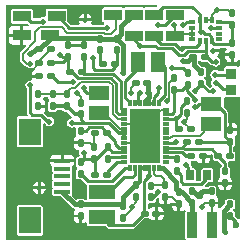
<source format=gbl>
G04 Layer_Physical_Order=2*
G04 Layer_Color=16711680*
%FSAX44Y44*%
%MOMM*%
G71*
G01*
G75*
%ADD11R,1.5000X0.9500*%
%ADD13C,0.2540*%
%ADD14C,0.2500*%
%ADD15C,0.2000*%
%ADD16C,0.4000*%
%ADD17C,0.5000*%
%ADD18C,0.6000*%
%ADD19R,0.8500X2.2000*%
%ADD20R,0.9500X0.9500*%
G04:AMPARAMS|DCode=21|XSize=0.5mm|YSize=0.6mm|CornerRadius=0.0625mm|HoleSize=0mm|Usage=FLASHONLY|Rotation=180.000|XOffset=0mm|YOffset=0mm|HoleType=Round|Shape=RoundedRectangle|*
%AMROUNDEDRECTD21*
21,1,0.5000,0.4750,0,0,180.0*
21,1,0.3750,0.6000,0,0,180.0*
1,1,0.1250,-0.1875,0.2375*
1,1,0.1250,0.1875,0.2375*
1,1,0.1250,0.1875,-0.2375*
1,1,0.1250,-0.1875,-0.2375*
%
%ADD21ROUNDEDRECTD21*%
G04:AMPARAMS|DCode=22|XSize=0.5mm|YSize=0.6mm|CornerRadius=0.0625mm|HoleSize=0mm|Usage=FLASHONLY|Rotation=90.000|XOffset=0mm|YOffset=0mm|HoleType=Round|Shape=RoundedRectangle|*
%AMROUNDEDRECTD22*
21,1,0.5000,0.4750,0,0,90.0*
21,1,0.3750,0.6000,0,0,90.0*
1,1,0.1250,0.2375,0.1875*
1,1,0.1250,0.2375,-0.1875*
1,1,0.1250,-0.2375,-0.1875*
1,1,0.1250,-0.2375,0.1875*
%
%ADD22ROUNDEDRECTD22*%
%ADD23R,0.5500X0.3000*%
%ADD24R,0.3000X0.5500*%
%ADD25R,2.6500X4.6500*%
%ADD26R,0.6000X0.4000*%
%ADD27R,0.4000X0.6000*%
%ADD28R,1.8200X1.1900*%
%ADD29R,2.2200X1.2200*%
%ADD30R,1.1900X1.8200*%
%ADD31R,0.7000X0.9000*%
%ADD32R,1.4000X0.4000*%
%ADD33R,1.9000X2.3000*%
%ADD34C,0.3000*%
G36*
X01057543Y00882640D02*
X01057843Y00881736D01*
X01057210Y00880789D01*
X01056929Y00879375D01*
Y00878250D01*
X01062500D01*
Y00877000D01*
X01063750D01*
Y00870929D01*
X01064375D01*
X01065789Y00871210D01*
X01066989Y00872011D01*
X01067562Y00872870D01*
X01068832Y00872485D01*
Y00867374D01*
X01067562Y00866787D01*
X01066750Y00867124D01*
X01057250D01*
X01056102Y00866648D01*
X01055626Y00865500D01*
Y00862866D01*
X01051225D01*
X01051185Y00862926D01*
X01049862Y00863810D01*
X01048301Y00864120D01*
X01046740Y00863810D01*
X01045417Y00862926D01*
X01044533Y00861603D01*
X01044223Y00860042D01*
X01044533Y00858481D01*
X01045417Y00857158D01*
X01045296Y00855712D01*
X01044732Y00854867D01*
X01044422Y00853307D01*
X01044732Y00851746D01*
X01045189Y00851063D01*
X01045189Y00849941D01*
X01044851Y00849560D01*
X01043769Y00848975D01*
X01040292Y00852452D01*
Y00854875D01*
X01040127Y00855704D01*
X01039657Y00856407D01*
X01039010Y00856840D01*
X01038954Y00857224D01*
Y00857776D01*
X01039010Y00858160D01*
X01039657Y00858593D01*
X01040127Y00859296D01*
X01040292Y00860125D01*
Y00864875D01*
X01040127Y00865704D01*
X01039657Y00866407D01*
X01038954Y00866877D01*
X01038125Y00867042D01*
X01036755D01*
X01033819Y00869978D01*
Y00870551D01*
X01033988Y00871405D01*
Y00871584D01*
X01035258Y00871969D01*
X01035343Y00871843D01*
X01036046Y00871373D01*
X01036875Y00871208D01*
X01041547D01*
X01043710Y00869045D01*
X01044627Y00868433D01*
X01045615Y00868236D01*
X01045667Y00868159D01*
X01046990Y00867275D01*
X01048551Y00866964D01*
X01050112Y00867275D01*
X01051435Y00868159D01*
X01052319Y00869482D01*
X01052629Y00871042D01*
X01052319Y00872603D01*
X01051435Y00873926D01*
X01050112Y00874810D01*
X01049954Y00874842D01*
X01049686Y00876190D01*
X01050266Y00876578D01*
X01051482Y00878397D01*
X01051660Y00879293D01*
X01046301D01*
Y00881793D01*
X01051717D01*
X01052681Y00883006D01*
X01057280D01*
X01057543Y00882640D01*
D02*
G37*
G36*
X01068832Y00840976D02*
Y00811530D01*
Y00738035D01*
X01067562Y00737650D01*
X01067497Y00737747D01*
X01067497Y00737747D01*
X01064792Y00740452D01*
Y00742875D01*
X01064627Y00743704D01*
X01064157Y00744407D01*
X01063510Y00744839D01*
X01063454Y00745224D01*
Y00745776D01*
X01063510Y00746161D01*
X01064157Y00746593D01*
X01064627Y00747296D01*
X01064792Y00748125D01*
Y00752875D01*
X01064627Y00753704D01*
X01064157Y00754407D01*
X01063454Y00754877D01*
X01062625Y00755042D01*
X01058875D01*
X01058046Y00754877D01*
X01057343Y00754407D01*
X01056873Y00753704D01*
X01056708Y00752875D01*
Y00751505D01*
X01052827Y00747623D01*
X01052637Y00747340D01*
X01052469Y00747124D01*
X01051603Y00747190D01*
X01050672Y00748375D01*
X01050821Y00749125D01*
Y00750250D01*
X01045250D01*
Y00752750D01*
X01050821D01*
Y00753875D01*
X01050540Y00755289D01*
X01049738Y00756488D01*
X01049456Y00756677D01*
X01049424Y00756714D01*
X01049127Y00758296D01*
X01049292Y00759125D01*
Y00763875D01*
X01049127Y00764704D01*
X01048657Y00765407D01*
X01047954Y00765877D01*
X01047125Y00766042D01*
X01043375D01*
X01042546Y00765877D01*
X01041843Y00765407D01*
X01041617Y00765069D01*
X01039859D01*
X01039333Y00766339D01*
X01041870Y00768876D01*
X01045000D01*
X01046148Y00769352D01*
X01046624Y00770500D01*
Y00779500D01*
X01046148Y00780648D01*
X01045000Y00781124D01*
X01038000D01*
X01036852Y00780648D01*
X01036376Y00779500D01*
Y00771371D01*
X01035330Y00770324D01*
X01031741D01*
X01031624Y00770500D01*
Y00779500D01*
X01031148Y00780648D01*
X01030000Y00781124D01*
X01028324D01*
Y00782250D01*
X01028109Y00783331D01*
X01027790Y00783808D01*
X01027828Y00784000D01*
X01027518Y00785561D01*
X01027433Y00785688D01*
X01028111Y00786958D01*
X01030375D01*
X01031204Y00787123D01*
X01032786Y00786826D01*
X01032823Y00786794D01*
X01033011Y00786512D01*
X01034211Y00785710D01*
X01035625Y00785429D01*
X01036750D01*
Y00791000D01*
X01038000D01*
Y00792250D01*
X01044071D01*
Y00792549D01*
X01044872Y00793022D01*
X01045313Y00793103D01*
X01046208Y00792207D01*
Y00789125D01*
X01046373Y00788296D01*
X01046843Y00787593D01*
X01047546Y00787123D01*
X01048375Y00786958D01*
X01050798D01*
X01053676Y00784080D01*
Y00782546D01*
X01053093Y00782157D01*
X01052623Y00781454D01*
X01052458Y00780625D01*
Y00775875D01*
X01052623Y00775046D01*
X01052326Y00773464D01*
X01052294Y00773427D01*
X01052011Y00773239D01*
X01051210Y00772039D01*
X01050929Y00770625D01*
Y00769500D01*
X01056500D01*
X01062071D01*
Y00770625D01*
X01061790Y00772039D01*
X01060988Y00773239D01*
X01060706Y00773427D01*
X01060674Y00773464D01*
X01060377Y00775046D01*
X01060542Y00775875D01*
Y00780625D01*
X01060377Y00781454D01*
X01059907Y00782157D01*
X01059324Y00782546D01*
Y00785250D01*
X01059324Y00785250D01*
X01059237Y00785688D01*
X01060101Y00786958D01*
X01063125D01*
X01063954Y00787123D01*
X01064657Y00787593D01*
X01065127Y00788296D01*
X01065292Y00789125D01*
Y00792875D01*
X01065127Y00793704D01*
X01064657Y00794407D01*
X01063954Y00794877D01*
X01063574Y00794952D01*
Y00799098D01*
X01063704Y00799123D01*
X01064407Y00799593D01*
X01064877Y00800296D01*
X01065042Y00801125D01*
Y00805875D01*
X01064877Y00806704D01*
X01065174Y00808286D01*
X01065206Y00808323D01*
X01065489Y00808512D01*
X01066290Y00809711D01*
X01066571Y00811125D01*
Y00812250D01*
X01061000D01*
Y00813500D01*
X01059750D01*
Y00819571D01*
X01059154D01*
Y00827580D01*
X01059154Y00827580D01*
X01058939Y00828661D01*
X01058327Y00829577D01*
X01055474Y00832431D01*
Y00840671D01*
X01056373Y00841377D01*
X01056647Y00841476D01*
X01057250Y00841226D01*
X01066750D01*
X01067562Y00841563D01*
X01068832Y00840976D01*
D02*
G37*
G36*
X00998664Y00918972D02*
X00999273Y00917702D01*
X00998820Y00917124D01*
X00989250D01*
X00989101Y00917062D01*
X00988000Y00916683D01*
X00986899Y00917062D01*
X00986750Y00917124D01*
X00971750D01*
X00970602Y00916648D01*
X00970398Y00916648D01*
X00969250Y00917124D01*
X00954250D01*
X00953102Y00916648D01*
X00952626Y00915500D01*
Y00906000D01*
X00953102Y00904852D01*
X00953682Y00904612D01*
X00954018Y00903224D01*
X00953459Y00902618D01*
X00943631D01*
X00942953Y00903888D01*
X00943431Y00904604D01*
X00943609Y00905500D01*
X00932891D01*
X00933069Y00904604D01*
X00933547Y00903888D01*
X00932869Y00902618D01*
X00925876D01*
X00923124Y00905371D01*
Y00914250D01*
X00922648Y00915398D01*
X00921500Y00915874D01*
X00906500D01*
X00905352Y00915398D01*
X00904876Y00914250D01*
Y00909784D01*
X00903606Y00909008D01*
X00902500Y00909228D01*
X00900939Y00908918D01*
X00899616Y00908034D01*
X00899576Y00907974D01*
X00893874D01*
Y00914250D01*
X00893398Y00915398D01*
X00892250Y00915874D01*
X00877250D01*
X00876102Y00915398D01*
X00875626Y00914250D01*
Y00904750D01*
X00876102Y00903602D01*
X00877250Y00903126D01*
X00889895D01*
X00890419Y00902571D01*
X00889940Y00901309D01*
X00885500D01*
Y00893500D01*
Y00885691D01*
X00887856D01*
X00888342Y00884518D01*
X00883698Y00879873D01*
X00883145Y00879046D01*
X00882951Y00878071D01*
Y00872500D01*
X00883145Y00871525D01*
X00883698Y00870698D01*
X00886655Y00867740D01*
X00887482Y00867188D01*
X00888458Y00866993D01*
X00888686D01*
X00888910Y00866659D01*
X00890233Y00865775D01*
X00891794Y00865464D01*
X00893354Y00865775D01*
X00893561Y00865913D01*
X00894604Y00865162D01*
Y00863885D01*
X00894012Y00863488D01*
X00893210Y00862289D01*
X00892929Y00860875D01*
Y00860250D01*
X00899000D01*
Y00857750D01*
X00892929D01*
Y00857125D01*
X00893092Y00856307D01*
X00892163Y00855229D01*
X00892114Y00855206D01*
X00891500Y00855328D01*
X00889939Y00855018D01*
X00888616Y00854134D01*
X00887732Y00852811D01*
X00887422Y00851250D01*
X00887732Y00849689D01*
X00888616Y00848366D01*
X00888676Y00848326D01*
Y00828250D01*
X00888676Y00828250D01*
X00888891Y00827169D01*
X00889503Y00826253D01*
X00889779Y00825977D01*
X00889293Y00824804D01*
X00881750D01*
X00880602Y00824328D01*
X00880126Y00823180D01*
Y00800180D01*
X00880602Y00799032D01*
X00881750Y00798556D01*
X00900750D01*
X00901898Y00799032D01*
X00902374Y00800180D01*
Y00817953D01*
X00903644Y00818942D01*
X00903964Y00818878D01*
X00904848Y00817555D01*
X00906171Y00816671D01*
X00907732Y00816361D01*
X00909293Y00816671D01*
X00910616Y00817555D01*
X00911500Y00818878D01*
X00911810Y00820439D01*
X00911500Y00822000D01*
X00910616Y00823323D01*
X00909293Y00824207D01*
X00907732Y00824518D01*
X00906684Y00824309D01*
X00903600Y00827393D01*
X00902989Y00828512D01*
X00903790Y00829711D01*
X00904071Y00831125D01*
Y00832250D01*
X00898500D01*
Y00834750D01*
X00904071D01*
Y00835875D01*
X00903790Y00837289D01*
X00902989Y00838488D01*
X00902896Y00838550D01*
X00902628Y00839889D01*
X00903350Y00840951D01*
X00906493D01*
X00906623Y00840296D01*
X00907093Y00839593D01*
X00907740Y00839161D01*
X00907796Y00838776D01*
Y00838224D01*
X00907740Y00837840D01*
X00907093Y00837407D01*
X00906623Y00836704D01*
X00906458Y00835875D01*
Y00831125D01*
X00906623Y00830296D01*
X00907093Y00829593D01*
X00907796Y00829123D01*
X00908625Y00828958D01*
X00912375D01*
X00913204Y00829123D01*
X00913907Y00829593D01*
X00914377Y00830296D01*
X00914406Y00830441D01*
X00918594D01*
X00918623Y00830296D01*
X00919093Y00829593D01*
X00919796Y00829123D01*
X00920625Y00828958D01*
X00922716D01*
X00927126Y00824548D01*
X00926841Y00823623D01*
X00926618Y00823302D01*
X00925189Y00823018D01*
X00923866Y00822134D01*
X00922982Y00820811D01*
X00922672Y00819250D01*
X00922982Y00817689D01*
X00923866Y00816366D01*
X00925189Y00815482D01*
X00926750Y00815172D01*
X00928311Y00815482D01*
X00929220Y00816089D01*
X00930165Y00815370D01*
X00930264Y00815156D01*
X00930208Y00814875D01*
Y00810125D01*
X00930373Y00809296D01*
X00930076Y00807714D01*
X00930044Y00807677D01*
X00929762Y00807488D01*
X00928960Y00806289D01*
X00928679Y00804875D01*
Y00803750D01*
X00934250D01*
Y00801250D01*
X00928679D01*
Y00800125D01*
X00928960Y00798711D01*
X00929762Y00797512D01*
X00930961Y00796710D01*
X00932167Y00796470D01*
X00932338Y00796365D01*
X00932517Y00796181D01*
X00933102Y00795159D01*
X00932922Y00794250D01*
X00933232Y00792689D01*
X00933819Y00791812D01*
X00933238Y00790542D01*
X00932375D01*
X00931546Y00790377D01*
X00930843Y00789907D01*
X00930373Y00789204D01*
X00930208Y00788375D01*
Y00783625D01*
X00930373Y00782796D01*
X00930843Y00782093D01*
X00931490Y00781661D01*
X00931546Y00781276D01*
Y00780724D01*
X00931490Y00780340D01*
X00930843Y00779907D01*
X00930373Y00779204D01*
X00930208Y00778375D01*
Y00773625D01*
X00930373Y00772796D01*
X00930843Y00772093D01*
X00931546Y00771623D01*
X00932375Y00771458D01*
X00934797D01*
X00938253Y00768003D01*
X00939169Y00767391D01*
X00939356Y00767041D01*
X00939276Y00766850D01*
Y00754650D01*
X00939126Y00754425D01*
X00937661Y00754407D01*
X00937643Y00754416D01*
X00936954Y00754877D01*
X00936125Y00755042D01*
X00932375D01*
X00931546Y00754877D01*
X00930843Y00754407D01*
X00930259Y00754350D01*
X00926844Y00757765D01*
X00927306Y00758880D01*
Y00762880D01*
X00926830Y00764028D01*
X00926830Y00764336D01*
X00927306Y00765484D01*
Y00769484D01*
X00926830Y00770632D01*
X00926830Y00770940D01*
X00927306Y00772088D01*
Y00776088D01*
X00926830Y00777236D01*
X00926830Y00777544D01*
X00927306Y00778692D01*
Y00782692D01*
X00927279Y00782755D01*
X00927845Y00783133D01*
X00928508Y00784126D01*
X00928741Y00785296D01*
Y00786046D01*
X00918682D01*
X00908623D01*
Y00785296D01*
X00908856Y00784126D01*
X00909519Y00783133D01*
X00910085Y00782755D01*
X00910058Y00782692D01*
Y00778692D01*
X00910534Y00777544D01*
X00910534Y00777236D01*
X00910058Y00776088D01*
Y00772088D01*
X00910534Y00770940D01*
X00910534Y00770632D01*
X00910058Y00769484D01*
Y00765484D01*
X00910534Y00764336D01*
X00910534Y00764028D01*
X00910058Y00762880D01*
Y00758880D01*
X00910534Y00757732D01*
X00911682Y00757256D01*
X00917259D01*
X00926789Y00747727D01*
X00927946Y00746953D01*
X00929273Y00746689D01*
X00929365Y00746542D01*
X00929601Y00745914D01*
X00929710Y00745411D01*
X00928960Y00744289D01*
X00928679Y00742875D01*
Y00741750D01*
X00934250D01*
Y00740500D01*
X00935500D01*
Y00734429D01*
X00936125D01*
X00937539Y00734710D01*
X00938006Y00735022D01*
X00939276Y00734343D01*
Y00733350D01*
X00939752Y00732202D01*
X00940900Y00731726D01*
X00955729D01*
X00956703Y00730753D01*
X00957619Y00730141D01*
X00958700Y00729926D01*
X00958700Y00729926D01*
X00978250D01*
X00978250Y00729926D01*
X00979331Y00730141D01*
X00980247Y00730753D01*
X00987952Y00738458D01*
X00990875D01*
X00991704Y00738623D01*
X00993286Y00738326D01*
X00993323Y00738294D01*
X00993512Y00738011D01*
X00994711Y00737210D01*
X00996125Y00736929D01*
X00997250D01*
Y00742500D01*
Y00748071D01*
X00996125D01*
X00994711Y00747790D01*
X00993512Y00746989D01*
X00993466Y00746920D01*
X00992116Y00746652D01*
X00991074Y00747367D01*
Y00750777D01*
X00992344Y00751714D01*
X00992375Y00751708D01*
X00996125D01*
X00996954Y00751873D01*
X00997657Y00752343D01*
X00998127Y00753046D01*
X00998292Y00753875D01*
Y00755297D01*
X00999159Y00756165D01*
X01000193Y00755853D01*
X01000429Y00755659D01*
Y00754125D01*
X01000710Y00752711D01*
X01001512Y00751512D01*
X01002711Y00750710D01*
X01004125Y00750429D01*
X01004750D01*
Y00756500D01*
X01007250D01*
Y00750429D01*
X01007875D01*
X01009289Y00750710D01*
X01010489Y00751512D01*
X01010659Y00751767D01*
X01010714Y00751750D01*
X01017500D01*
Y00750500D01*
X01018750D01*
Y00744429D01*
X01019375D01*
X01020789Y00744710D01*
X01021989Y00745511D01*
X01022083Y00745653D01*
X01023208Y00745051D01*
X01022876Y00744250D01*
Y00722250D01*
X01023245Y00721360D01*
X01022704Y00720090D01*
X00870966D01*
Y00918972D01*
X00998664Y00918972D01*
D02*
G37*
%LPC*%
G36*
X01061250Y00875750D02*
X01056929D01*
Y00874625D01*
X01057210Y00873211D01*
X01058011Y00872011D01*
X01059211Y00871210D01*
X01060625Y00870929D01*
X01061250D01*
Y00875750D01*
D02*
G37*
G36*
X01055250Y00767000D02*
X01050929D01*
Y00765875D01*
X01051210Y00764461D01*
X01052011Y00763261D01*
X01053211Y00762460D01*
X01054625Y00762179D01*
X01055250D01*
Y00767000D01*
D02*
G37*
G36*
X01062071D02*
X01057750D01*
Y00762179D01*
X01058375D01*
X01059789Y00762460D01*
X01060988Y00763261D01*
X01061790Y00764461D01*
X01062071Y00765875D01*
Y00767000D01*
D02*
G37*
G36*
X01044071Y00789750D02*
X01039250D01*
Y00785429D01*
X01040375D01*
X01041789Y00785710D01*
X01042989Y00786512D01*
X01043790Y00787711D01*
X01044071Y00789125D01*
Y00789750D01*
D02*
G37*
G36*
X01062875Y00819571D02*
X01062250D01*
Y00814750D01*
X01066571D01*
Y00815875D01*
X01066290Y00817289D01*
X01065489Y00818488D01*
X01064289Y00819290D01*
X01062875Y00819571D01*
D02*
G37*
G36*
X00904609Y00763250D02*
X00900500D01*
Y00759141D01*
X00901396Y00759319D01*
X00903215Y00760535D01*
X00904431Y00762354D01*
X00904609Y00763250D01*
D02*
G37*
G36*
X00898000D02*
X00893891D01*
X00894069Y00762354D01*
X00895285Y00760535D01*
X00897104Y00759319D01*
X00898000Y00759141D01*
Y00763250D01*
D02*
G37*
G36*
Y00769859D02*
X00897104Y00769681D01*
X00895285Y00768465D01*
X00894069Y00766646D01*
X00893891Y00765750D01*
X00898000D01*
Y00769859D01*
D02*
G37*
G36*
X01000875Y00748071D02*
X00999750D01*
Y00743750D01*
X01004571D01*
Y00744375D01*
X01004290Y00745789D01*
X01003488Y00746989D01*
X01002289Y00747790D01*
X01000875Y00748071D01*
D02*
G37*
G36*
X01004571Y00741250D02*
X00999750D01*
Y00736929D01*
X01000875D01*
X01002289Y00737210D01*
X01003488Y00738011D01*
X01004290Y00739211D01*
X01004571Y00740625D01*
Y00741250D01*
D02*
G37*
G36*
X01016250Y00749250D02*
X01011929D01*
Y00748125D01*
X01012210Y00746711D01*
X01013011Y00745511D01*
X01014211Y00744710D01*
X01015625Y00744429D01*
X01016250D01*
Y00749250D01*
D02*
G37*
G36*
X00933000Y00739250D02*
X00928679D01*
Y00738125D01*
X00928960Y00736711D01*
X00929762Y00735511D01*
X00930961Y00734710D01*
X00932375Y00734429D01*
X00933000D01*
Y00739250D01*
D02*
G37*
G36*
X00900750Y00749874D02*
X00881750D01*
X00880602Y00749398D01*
X00880126Y00748250D01*
Y00725250D01*
X00880602Y00724102D01*
X00881750Y00723626D01*
X00900750D01*
X00901898Y00724102D01*
X00902374Y00725250D01*
Y00748250D01*
X00901898Y00749398D01*
X00900750Y00749874D01*
D02*
G37*
G36*
X00883000Y00892250D02*
X00873691D01*
Y00888750D01*
X00873924Y00887579D01*
X00874587Y00886587D01*
X00875580Y00885924D01*
X00876750Y00885691D01*
X00883000D01*
Y00892250D01*
D02*
G37*
G36*
Y00901309D02*
X00876750D01*
X00875580Y00901076D01*
X00874587Y00900413D01*
X00873924Y00899420D01*
X00873691Y00898250D01*
Y00894750D01*
X00883000D01*
Y00901309D01*
D02*
G37*
G36*
X00939500Y00912109D02*
Y00908000D01*
X00943609D01*
X00943431Y00908896D01*
X00942215Y00910715D01*
X00940396Y00911931D01*
X00939500Y00912109D01*
D02*
G37*
G36*
X00937000D02*
X00936104Y00911931D01*
X00934285Y00910715D01*
X00933069Y00908896D01*
X00932891Y00908000D01*
X00937000D01*
Y00912109D01*
D02*
G37*
G36*
X00900500Y00769859D02*
Y00765750D01*
X00904609D01*
X00904431Y00766646D01*
X00903215Y00768465D01*
X00901396Y00769681D01*
X00900500Y00769859D01*
D02*
G37*
G36*
X00917432Y00792355D02*
X00911682D01*
X00910511Y00792122D01*
X00909519Y00791459D01*
X00908856Y00790467D01*
X00908623Y00789296D01*
Y00788546D01*
X00917432D01*
Y00792355D01*
D02*
G37*
G36*
X00925682D02*
X00919932D01*
Y00788546D01*
X00928741D01*
Y00789296D01*
X00928508Y00790467D01*
X00927845Y00791459D01*
X00926852Y00792122D01*
X00925682Y00792355D01*
D02*
G37*
%LPD*%
D11*
X00979250Y00910750D02*
D03*
X00961750D02*
D03*
X00996750D02*
D03*
X01014250D02*
D03*
X00979500Y00893250D02*
D03*
X00996750D02*
D03*
X01014250D02*
D03*
X00884250Y00893500D02*
D03*
X00908000D02*
D03*
X00914000Y00909500D02*
D03*
X00884750D02*
D03*
D13*
X00891938Y00905150D02*
X00902500D01*
X00889044Y00908044D02*
X00891938Y00905150D01*
X01028830Y00917670D02*
X01035250Y00911250D01*
X00996750Y00910750D02*
X01003670Y00917670D01*
X01028830D01*
X01045250Y00887600D02*
Y00888500D01*
Y00887600D02*
X01047020Y00885830D01*
X01061330D01*
X01037000Y00896750D02*
X01039520Y00894230D01*
X01035250Y00897500D02*
Y00906500D01*
Y00897500D02*
X01036500Y00896250D01*
X01061330Y00885830D02*
X01062500Y00887000D01*
X01014750Y00816750D02*
Y00822500D01*
Y00816750D02*
X01017500Y00814000D01*
X01019250Y00832500D02*
X01024500Y00837750D01*
X01019250Y00827000D02*
Y00832500D01*
X01023980Y00846473D02*
Y00851230D01*
X01019750Y00847000D02*
X01023980Y00851230D01*
X01013500Y00847000D02*
X01019750D01*
X00971480Y00854777D02*
X00983750Y00867047D01*
X00971480Y00841270D02*
Y00854777D01*
X00925500Y00862250D02*
X00927297D01*
X00932086Y00857461D01*
X00959783Y00857450D02*
X00964600Y00852633D01*
X00943320Y00857450D02*
X00959783D01*
X00943309Y00857461D02*
X00943320Y00857450D01*
X00932086Y00857461D02*
X00943309D01*
X00936849Y00860901D02*
X00944734D01*
X00961860Y00860890D02*
X00968040Y00854710D01*
Y00831460D02*
Y00854710D01*
X00964600Y00828400D02*
Y00852633D01*
X00924706Y00899794D02*
X00956797D01*
X00918125Y00906375D02*
X00924706Y00899794D01*
X00914000Y00909500D02*
X00918125Y00906375D01*
X00910083Y00859000D02*
X00914792Y00854292D01*
X00909000Y00859000D02*
X00910083D01*
X00934250Y00822250D02*
Y00826500D01*
X00926750Y00819250D02*
X00937250D01*
X00934250Y00822250D02*
X00937250Y00819250D01*
X00937390Y00819110D02*
X00958390D01*
X00934250Y00812500D02*
X00938500D01*
X01058292Y00860042D02*
X01059000Y00860750D01*
X01048301Y00860042D02*
X01058292D01*
X01059000Y00860750D02*
X01062000D01*
X00964600Y00828400D02*
X00966500Y00826500D01*
X00971480Y00841270D02*
X00976500Y00836250D01*
X00968040Y00831460D02*
X00968500Y00831000D01*
X00982500Y00838250D02*
Y00844500D01*
X00980500Y00836250D02*
X00982500Y00838250D01*
X00994250Y00755250D02*
X00999500Y00760500D01*
X01031250Y00832500D02*
X01032203D01*
X01000850Y00872000D02*
X01005770Y00867080D01*
X01000500Y00837703D02*
X01005770Y00842973D01*
Y00867080D01*
X00938500Y00812500D02*
X00941670Y00815670D01*
X00952080D01*
X00956750Y00811000D01*
X00958390Y00819110D02*
X00958750Y00818750D01*
X00983750Y00867047D02*
Y00872000D01*
X00936796Y00847954D02*
Y00849041D01*
X00914792Y00854292D02*
X00927545D01*
X00936546Y00847704D02*
X00936796Y00847954D01*
X00936546Y00847704D02*
X00939700Y00844550D01*
X01000000Y00844547D02*
Y00848750D01*
X01000500Y00849250D01*
X01011750Y00866000D02*
X01020915D01*
X01020958Y00866042D01*
X01026250Y00860750D01*
X00888500Y00907500D02*
X00889044Y00908044D01*
X01045000Y00900000D02*
X01051750D01*
X01044500Y00899500D02*
X01045000Y00900000D01*
X01021000Y00902000D02*
X01024000Y00905000D01*
X01028750D01*
X01044420Y00889330D02*
X01045250Y00888500D01*
X01044420Y00889330D02*
Y00892399D01*
X01042589Y00894230D02*
X01044420Y00892399D01*
X01039520Y00894230D02*
X01042589D01*
X01040250Y00875500D02*
Y00888500D01*
Y00875500D02*
X01040750Y00876000D01*
X01031223Y00845723D02*
X01031800Y00846300D01*
X01031223Y00847473D02*
X01036250Y00852500D01*
X01031223Y00846682D02*
Y00847473D01*
X01031000Y00845500D02*
X01031223Y00845723D01*
X01027533Y00842920D02*
X01031250Y00839203D01*
X01027533Y00842920D02*
X01027533D01*
X01023980Y00846473D02*
X01027533Y00842920D01*
X01031223Y00845723D02*
Y00846682D01*
X01031250Y00839000D02*
Y00839203D01*
X01032203Y00832500D02*
X01034803Y00835100D01*
X01044750D01*
X01036250Y00852500D02*
X01042750Y00846000D01*
X01046750D01*
X01040750Y00876000D02*
X01045707Y00871042D01*
X01048551D01*
X01035250Y00887000D02*
Y00888500D01*
X01031670Y00883420D02*
X01035250Y00887000D01*
X01048019Y00853307D02*
X01049694D01*
X01025183Y00879980D02*
X01033095D01*
X01021933Y00876730D02*
X01025183Y00879980D01*
X01033095D02*
X01033115Y00880000D01*
X00982500Y00844500D02*
X00984250D01*
X01055000Y00848000D02*
X01062000Y00847600D01*
X01062500Y00902000D02*
X01062500Y00902000D01*
Y00887000D02*
Y00902000D01*
X01051750Y00905000D02*
X01059500D01*
X01062500Y00902000D01*
X00996500Y00836250D02*
Y00841047D01*
X01000500Y00836250D02*
Y00837703D01*
X00992100Y00836250D02*
X00992500D01*
X01023750Y00784000D02*
X01025500Y00782250D01*
Y00774750D02*
Y00782250D01*
X01016000Y00778500D02*
X01019000Y00775500D01*
X01013500Y00847000D02*
X01013500Y00847000D01*
Y00828703D02*
Y00847000D01*
X01006250Y00802500D02*
X01014000D01*
X01006250Y00790500D02*
X01006580Y00790170D01*
X01006250Y00790500D02*
X01014000D01*
X01016000Y00788500D01*
X01006250Y00826500D02*
X01011297D01*
X01013500Y00828703D01*
X01023750Y00802250D02*
X01024250D01*
X01050750Y00791000D02*
Y00791660D01*
X01056500Y00778250D02*
Y00785250D01*
X01050750Y00791000D02*
X01056500Y00785250D01*
X01040500Y00771500D02*
Y00774750D01*
X00970420Y00794830D02*
X00970750Y00794500D01*
X00965250Y00786500D02*
X00970750D01*
X01045580Y00796830D02*
X01050750Y00791660D01*
X01020250Y00794500D02*
X01023750Y00791000D01*
X01027000D01*
X01022785Y00796830D02*
X01045580D01*
X01021155Y00798460D02*
X01022785Y00796830D01*
X01019960Y00798460D02*
X01023750Y00802250D01*
X01019960Y00798460D02*
X01021155D01*
X00961060Y00794830D02*
X00970420D01*
X00939700Y00844550D02*
X00950000D01*
X00909000Y00870750D02*
X00919250D01*
X00923500Y00875000D01*
X00923500Y00885000D02*
X00937000D01*
X00923500Y00885000D02*
X00923500Y00885000D01*
X00963750Y00801250D02*
Y00803750D01*
Y00801250D02*
X00966500Y00798500D01*
X00970750D01*
X00957195Y00798695D02*
X00961060Y00794830D01*
X00967431Y00790500D02*
X00970750D01*
X00957195Y00788695D02*
Y00790500D01*
X00970750D01*
X00956750Y00810750D02*
X00963750Y00803750D01*
X00947250Y00788750D02*
X00957195Y00798695D01*
X00946000Y00788750D02*
X00947250D01*
X00937000D02*
X00946000D01*
X00946250Y00775500D02*
Y00788500D01*
X00946000Y00788750D02*
X00946250Y00788500D01*
X00956250Y00775500D02*
Y00777500D01*
X00965250Y00786500D01*
X00972000Y00780750D02*
X00976500D01*
X00951250Y00760650D02*
X00958400D01*
X00978118Y00773250D02*
X00980309Y00775441D01*
X00971000Y00773250D02*
X00978118D01*
X00958400Y00760650D02*
X00971000Y00773250D01*
X00934250Y00776000D02*
X00940250Y00770000D01*
X00961250D01*
X00972000Y00780750D01*
X00980500Y00836250D02*
X00984500D01*
X00964749Y00870500D02*
Y00880750D01*
X00950749Y00870000D02*
X00952499Y00868250D01*
X00950749Y00870000D02*
Y00880750D01*
X00962499Y00868250D02*
X00964749Y00870500D01*
X00963000Y00866250D02*
Y00869000D01*
X00956500Y00810750D02*
X00956750Y00811000D01*
X00956500Y00810750D02*
X00956750D01*
X00952000Y00739450D02*
X00958700Y00732750D01*
X00978250D01*
X00989250Y00743750D01*
X00988250D02*
Y00770500D01*
X00991750Y00774000D01*
X00992500Y00780750D02*
X00992500Y00780750D01*
X00991750Y00774000D02*
X00992500Y00774750D01*
Y00780750D01*
X00937000Y00788750D02*
Y00794250D01*
X00937000Y00794250D01*
X00934250Y00786000D02*
Y00786000D01*
X00937000Y00788750D01*
X00994250Y00755250D02*
Y00756250D01*
X01034250Y00802750D02*
X01059500D01*
X01060750Y00791000D02*
Y00801500D01*
X01006250Y00822500D02*
X01014750D01*
X01015000Y00822750D02*
X01019250Y00827000D01*
X01014000Y00802500D02*
X01015049Y00803549D01*
X01006250Y00794500D02*
X01020250D01*
X01006250Y00798460D02*
X01006431Y00798279D01*
X01019779D02*
X01019960Y00798460D01*
X01006431Y00798279D02*
X01019779D01*
X01056330Y00808170D02*
X01061000Y00803500D01*
X01056330Y00808170D02*
Y00827580D01*
X01048810Y00835100D02*
X01056330Y00827580D01*
X01044750Y00835100D02*
X01048810D01*
X01059875Y00802375D02*
X01060750Y00801500D01*
X01049694Y00853307D02*
X01055000Y00848000D01*
X01035250Y00906500D02*
Y00911250D01*
X00979250Y00890000D02*
X00979500Y00893000D01*
X00966500Y00826500D02*
X00970750D01*
X01014170Y00886330D02*
X01018500Y00882000D01*
X01019750D01*
X01017567Y00876730D02*
X01021933D01*
X01011407Y00882890D02*
X01017567Y00876730D01*
X01019750Y00882000D02*
X01021170Y00883420D01*
X01031670D01*
X00996750Y00893250D02*
X00998931D01*
X00984690Y00884560D02*
X00997690D01*
X00999360Y00882890D01*
X01011407D01*
X01002420Y00886330D02*
X01014170D01*
X00996750Y00892000D02*
X01002420Y00886330D01*
X00996750Y00892000D02*
Y00893250D01*
X00979250Y00890000D02*
X00984690Y00884560D01*
X01036500Y00767500D02*
X01040500Y00771500D01*
X01019000Y00769750D02*
Y00775500D01*
Y00769750D02*
X01021250Y00767500D01*
X01036500D01*
X00980500Y00775441D02*
Y00780750D01*
X00891500Y00828250D02*
Y00851250D01*
Y00828250D02*
X00893500Y00826250D01*
X00917000Y00877000D02*
X00919000Y00875000D01*
X00923500D01*
X00935500Y00862250D02*
X00937000Y00863750D01*
Y00875000D01*
X00923500Y00864250D02*
X00925500Y00862250D01*
X00923500Y00864250D02*
Y00875000D01*
X00996500Y00841047D02*
X01000000Y00844547D01*
X01033115Y00880000D02*
X01040250D01*
X00893500Y00826250D02*
X00900749D01*
X00906560Y00820439D01*
X00907732D01*
X00884750Y00909500D02*
X00888500Y00907500D01*
X00935500Y00862250D02*
X00936849Y00860901D01*
X01065500Y00732750D02*
Y00735750D01*
X01060750Y00740500D02*
X01065500Y00735750D01*
X00946170Y00864330D02*
X00961080D01*
X00944500Y00866000D02*
X00946170Y00864330D01*
X00961080D02*
X00963000Y00866250D01*
X00944734Y00860901D02*
X00944745Y00860890D01*
X00961860D01*
X00944500Y00866000D02*
Y00874467D01*
D14*
X00999662Y00902000D02*
X01005750D01*
X01014250Y00910500D01*
Y00910750D01*
D15*
X00885500Y00872500D02*
Y00878071D01*
X00896000Y00888571D02*
Y00896437D01*
X00885500Y00878071D02*
X00896000Y00888571D01*
X01013250Y00902000D02*
X01014250Y00901000D01*
Y00893250D02*
Y00901000D01*
X00899713Y00900150D02*
X00918638D01*
X00896000Y00896437D02*
X00899713Y00900150D01*
X01045250Y00906500D02*
Y00910500D01*
X01050000Y00915250D01*
X01059250D01*
X01062500Y00912000D01*
X01024500Y00822500D02*
Y00828000D01*
X01022000Y00820000D02*
X01024500Y00822500D01*
X01022000Y00819500D02*
Y00820000D01*
Y00819500D02*
X01027500Y00814000D01*
X00958709Y00854041D02*
X00961430Y00851320D01*
X00934725Y00854041D02*
X00958709D01*
X00954526Y00894794D02*
X00960044D01*
X00953670Y00895650D02*
X00954526Y00894794D01*
X00960044D02*
X00964500Y00899250D01*
X00918638Y00900150D02*
X00923138Y00895650D01*
X00885500Y00872500D02*
X00888458Y00869542D01*
X00976750Y00848750D02*
X00980750Y00852750D01*
X00976750Y00844500D02*
Y00848750D01*
X00961430Y00827087D02*
X00966017Y00822500D01*
X00961430Y00827087D02*
Y00851320D01*
X00931045Y00844291D02*
X00934250Y00841087D01*
Y00836500D02*
Y00841087D01*
X01013250Y00857000D02*
X01013500D01*
X01009100Y00852850D02*
X01013250Y00857000D01*
X01009100Y00838850D02*
Y00852850D01*
X01007750Y00837500D02*
X01009100Y00838850D01*
X01006000Y00756500D02*
X01011500D01*
X01017500Y00750500D01*
X00978000Y00746500D02*
Y00748500D01*
X00970500Y00739000D02*
X00978000Y00746500D01*
X01045250Y00733500D02*
X01045500Y00733250D01*
X01045250Y00733500D02*
Y00751500D01*
X01036750Y00748500D02*
X01039750Y00751500D01*
X01045250D01*
X00946000Y00810250D02*
X00946750Y00811000D01*
X00946000Y00798750D02*
Y00810250D01*
X00942250Y00802500D02*
X00946000Y00798750D01*
X00934250Y00802500D02*
X00942250D01*
X00899000Y00870250D02*
Y00871500D01*
Y00869678D02*
Y00870250D01*
Y00871500D02*
X00909250Y00881750D01*
X01014250Y00893250D02*
X01016000Y00895000D01*
X01028750D01*
Y00890000D02*
Y00895000D01*
Y00900000D01*
X01040250Y00906500D02*
X01045250D01*
X00929792Y00849292D02*
X00933920Y00853420D01*
X00926116Y00849292D02*
X00929792D01*
X00925116Y00848292D02*
X00926116Y00849292D01*
X00934103Y00853420D02*
X00934725Y00854041D01*
X00923138Y00895650D02*
X00953670D01*
X00964500Y00899250D02*
Y00908000D01*
X00961750Y00910750D02*
X00964500Y00908000D01*
X00933920Y00853420D02*
X00934103D01*
X01006250Y00806500D02*
X01006250Y00806500D01*
X00970750D02*
X00970750Y00806500D01*
X01002250Y00830500D02*
X01006250D01*
X00988500Y00808500D02*
Y00816750D01*
X00970750Y00802500D02*
X00982500D01*
X00983000Y00803000D01*
X00988500Y00808500D01*
X00970750Y00818500D02*
X00978500D01*
X00988500Y00808500D01*
Y00816750D02*
X01002250Y00830500D01*
X01004500Y00766500D02*
Y00772250D01*
X01002500Y00774250D02*
X01004500Y00772250D01*
X00998500Y00774250D02*
X01002500D01*
X00993000Y00766500D02*
X01004500D01*
X00966017Y00822500D02*
X00970750D01*
X00910500Y00843500D02*
X00910500Y00843500D01*
X00898500Y00843500D02*
X00910500D01*
X00898500Y00843500D02*
X00898500Y00843500D01*
X00922500Y00843500D02*
Y00845750D01*
X00910500Y00833500D02*
X00910500Y00833500D01*
X00996750Y00776000D02*
X00998500Y00774250D01*
X00996500Y00780750D02*
X00996750Y00780500D01*
Y00776000D02*
Y00780500D01*
X01006250Y00806500D02*
X01010049D01*
X01035250Y00808500D02*
X01044750Y00818000D01*
X01017120Y00808549D02*
X01017169Y00808500D01*
X01035250D01*
X01012098Y00808549D02*
X01017120D01*
X01010049Y00806500D02*
X01012098Y00808549D01*
X00952500Y00829813D02*
X00967813Y00814500D01*
X00970750D01*
X00949750Y00827450D02*
X00952500Y00830200D01*
Y00829813D02*
Y00830500D01*
X00888458Y00869542D02*
X00891794D01*
X00892072Y00862750D02*
X00899000Y00869678D01*
X00981500Y00752000D02*
Y00756500D01*
X00978000Y00748500D02*
X00981500Y00752000D01*
X00922500Y00845750D02*
X00925042Y00848292D01*
X00910500Y00843500D02*
X00922500D01*
X00925042Y00848292D02*
X00925116D01*
D16*
X00896250Y00881750D02*
X00899250D01*
X00908000Y00890500D02*
Y00893500D01*
X00899250Y00881750D02*
X00908000Y00890500D01*
X00964749Y00890750D02*
X00970499Y00884999D01*
X00970500Y00885000D01*
Y00861250D02*
Y00885000D01*
X01029250Y00761500D02*
X01033268Y00757482D01*
X01035689D02*
Y00759689D01*
X01037500Y00761500D01*
X01033268Y00757482D02*
X01035689D01*
X01037500Y00761500D02*
X01045000D01*
X00950749Y00890750D02*
X00964749D01*
X00950355Y00891144D02*
X00950749Y00890750D01*
X00910356Y00891144D02*
X00950355D01*
X00968750Y00901101D02*
X00978399Y00910750D01*
X00968750Y00894751D02*
Y00901101D01*
X00964749Y00890750D02*
X00968750Y00894751D01*
X00908000Y00893500D02*
X00910356Y00891144D01*
X00978399Y00910750D02*
X00979250D01*
X01030250Y00868500D02*
X01036250Y00862500D01*
X01030250Y00868500D02*
Y00871235D01*
X01030420Y00871405D02*
Y00874080D01*
X01030250Y00871235D02*
X01030420Y00871405D01*
X00989750Y00838600D02*
X00992100Y00836250D01*
X01000900Y00780750D02*
X01003750D01*
X01014830Y00769670D01*
Y00763170D02*
Y00769670D01*
Y00763170D02*
X01017500Y00760500D01*
X01019750D01*
X01028750Y00751500D01*
X01028750Y00751500D02*
X01028750Y00751500D01*
X01028750Y00733250D02*
Y00751500D01*
X00918682Y00760880D02*
X00929312Y00750250D01*
X00891750Y00877250D02*
X00896250Y00881750D01*
X00969250Y00750250D02*
X00970500Y00749000D01*
X00929312Y00750250D02*
X00969250D01*
X00970500Y00749000D02*
Y00757000D01*
X00979750Y00766250D01*
X01055350Y00728150D02*
X01056250Y00727250D01*
X01055350Y00728150D02*
Y00745100D01*
X01060750Y00750500D01*
X01029250Y00875250D02*
X01030420Y00874080D01*
X01020732Y00871460D02*
X01025460D01*
X01029250Y00875250D01*
X00991500Y00844250D02*
Y00852000D01*
X00990750Y00852750D02*
X00991500Y00852000D01*
X00989750Y00838600D02*
X00992330Y00841180D01*
Y00844330D01*
D17*
X01013250Y00902000D02*
D03*
X00999662D02*
D03*
X00938250Y00906750D02*
D03*
X00902500Y00905150D02*
D03*
X01050000Y00915250D02*
D03*
X01046301Y00880543D02*
D03*
X01022000Y00820000D02*
D03*
X00976750Y00844500D02*
D03*
X00999500Y00760500D02*
D03*
X01035689Y00757482D02*
D03*
X01031250Y00832500D02*
D03*
X00899250Y00764500D02*
D03*
X01036750Y00748500D02*
D03*
X00970500Y00861250D02*
D03*
X00931045Y00844291D02*
D03*
X00936796Y00849041D02*
D03*
X00927545Y00854292D02*
D03*
X01000500Y00849250D02*
D03*
X01011750Y00866000D02*
D03*
X00956797Y00899794D02*
D03*
X01044500Y00899500D02*
D03*
X01021000Y00902000D02*
D03*
X01036500Y00896250D02*
D03*
X01031223Y00846682D02*
D03*
X01031250Y00839000D02*
D03*
X01048551Y00871042D02*
D03*
X01048301Y00860042D02*
D03*
X01048500Y00853307D02*
D03*
X01046750Y00846000D02*
D03*
X00984250Y00844500D02*
D03*
X00991500Y00844250D02*
D03*
X01023750Y00784000D02*
D03*
X00983000Y00792000D02*
D03*
X00994000D02*
D03*
X00983000Y00803000D02*
D03*
X00994000D02*
D03*
X00983000Y00814000D02*
D03*
X00994000D02*
D03*
X00983000Y00825000D02*
D03*
X00994000D02*
D03*
X01007750Y00837500D02*
D03*
X00917000Y00877000D02*
D03*
X00891750Y00877250D02*
D03*
X00978000Y00748500D02*
D03*
X00991750Y00774000D02*
D03*
X00937000Y00794250D02*
D03*
X01015000Y00822750D02*
D03*
X01015049Y00803549D02*
D03*
X01056250Y00727250D02*
D03*
X00891500Y00851250D02*
D03*
X01019750Y00882000D02*
D03*
X01020732Y00871460D02*
D03*
X00984690Y00884560D02*
D03*
X00907732Y00820439D02*
D03*
X00926750Y00819250D02*
D03*
X00891794Y00869542D02*
D03*
X00944500Y00874467D02*
D03*
D18*
X01065500Y00732750D02*
D03*
D19*
X01028750Y00733250D02*
D03*
X01045500D02*
D03*
D20*
X01062000Y00860750D02*
D03*
Y00847600D02*
D03*
D21*
X01016000Y00778500D02*
D03*
Y00788500D02*
D03*
X01045250Y00751500D02*
D03*
Y00761500D02*
D03*
X00934250Y00776000D02*
D03*
Y00786000D02*
D03*
X01056500Y00768250D02*
D03*
Y00778250D02*
D03*
X00923500Y00875000D02*
D03*
Y00885000D02*
D03*
X00950749Y00890750D02*
D03*
Y00880750D02*
D03*
X00964749Y00890750D02*
D03*
Y00880750D02*
D03*
X00910500Y00843500D02*
D03*
Y00833500D02*
D03*
X00898500Y00833500D02*
D03*
Y00843500D02*
D03*
X00957195Y00788695D02*
D03*
Y00798695D02*
D03*
X01025000Y00851250D02*
D03*
Y00861250D02*
D03*
X00994250Y00766250D02*
D03*
Y00756250D02*
D03*
X01036250Y00862500D02*
D03*
Y00852500D02*
D03*
X01060750Y00750500D02*
D03*
Y00740500D02*
D03*
X01028750Y00761500D02*
D03*
Y00751500D02*
D03*
X00970500Y00749000D02*
D03*
Y00739000D02*
D03*
X00934250Y00740500D02*
D03*
Y00750500D02*
D03*
X01062500Y00877000D02*
D03*
Y00887000D02*
D03*
X01062500Y00912000D02*
D03*
Y00902000D02*
D03*
X00934250Y00802500D02*
D03*
Y00812500D02*
D03*
X01061000Y00813500D02*
D03*
Y00803500D02*
D03*
X01024500Y00837750D02*
D03*
Y00827750D02*
D03*
X00981500Y00756500D02*
D03*
Y00766500D02*
D03*
X01017500Y00760500D02*
D03*
Y00750500D02*
D03*
X00937000Y00885000D02*
D03*
Y00875000D02*
D03*
X00922500Y00843500D02*
D03*
Y00833500D02*
D03*
X00934250Y00836500D02*
D03*
Y00826500D02*
D03*
X00946000Y00798750D02*
D03*
Y00788750D02*
D03*
X01013500Y00857000D02*
D03*
Y00847000D02*
D03*
X01006000Y00756500D02*
D03*
Y00766500D02*
D03*
D22*
X00998500Y00742500D02*
D03*
X00988500D02*
D03*
X01038000Y00791000D02*
D03*
X01028000D02*
D03*
X00946750Y00811000D02*
D03*
X00956750D02*
D03*
X01050750Y00791000D02*
D03*
X01060750D02*
D03*
X00899000Y00870250D02*
D03*
X00909000D02*
D03*
X00956250Y00775500D02*
D03*
X00946250D02*
D03*
X01039250Y00875250D02*
D03*
X01029250D02*
D03*
X00909250Y00881750D02*
D03*
X00899250D02*
D03*
X01024250Y00802750D02*
D03*
X01034250D02*
D03*
X01027500Y00814000D02*
D03*
X01017500D02*
D03*
X00899000Y00859000D02*
D03*
X00909000D02*
D03*
X00925500Y00862250D02*
D03*
X00935500D02*
D03*
X00980750Y00852750D02*
D03*
X00990750D02*
D03*
X00953000Y00869000D02*
D03*
X00963000D02*
D03*
D23*
X00970750Y00786500D02*
D03*
Y00790500D02*
D03*
Y00794500D02*
D03*
Y00798500D02*
D03*
Y00802500D02*
D03*
Y00806500D02*
D03*
Y00810500D02*
D03*
Y00814500D02*
D03*
Y00818500D02*
D03*
Y00822500D02*
D03*
Y00826500D02*
D03*
Y00830500D02*
D03*
X01006250D02*
D03*
Y00826500D02*
D03*
Y00822500D02*
D03*
Y00818500D02*
D03*
Y00814500D02*
D03*
Y00810500D02*
D03*
Y00806500D02*
D03*
Y00802500D02*
D03*
Y00798500D02*
D03*
Y00794500D02*
D03*
Y00790500D02*
D03*
Y00786500D02*
D03*
D24*
X00976500Y00836250D02*
D03*
X00980500D02*
D03*
X00984500D02*
D03*
X00988500D02*
D03*
X00992500D02*
D03*
X00996500D02*
D03*
X01000500D02*
D03*
Y00780750D02*
D03*
X00996500D02*
D03*
X00992500D02*
D03*
X00988500D02*
D03*
X00984500D02*
D03*
X00980500D02*
D03*
X00976500D02*
D03*
D25*
X00988500Y00808500D02*
D03*
D26*
X01028750Y00890000D02*
D03*
Y00895000D02*
D03*
Y00900000D02*
D03*
Y00905000D02*
D03*
X01051750D02*
D03*
Y00900000D02*
D03*
Y00895000D02*
D03*
Y00890000D02*
D03*
D27*
X01035250Y00906500D02*
D03*
X01040250D02*
D03*
X01045250D02*
D03*
Y00888500D02*
D03*
X01040250D02*
D03*
X01035250D02*
D03*
D28*
X01044750Y00835100D02*
D03*
Y00818000D02*
D03*
X00950000Y00844550D02*
D03*
Y00827450D02*
D03*
D29*
X00952000Y00739450D02*
D03*
Y00760750D02*
D03*
D30*
X01000050Y00870500D02*
D03*
X00982950D02*
D03*
D31*
X01041500Y00775000D02*
D03*
X01026500D02*
D03*
D32*
X00918682Y00787296D02*
D03*
Y00780692D02*
D03*
Y00774088D02*
D03*
Y00767484D02*
D03*
Y00760880D02*
D03*
D33*
X00891250Y00736750D02*
D03*
Y00811680D02*
D03*
D34*
X00958750Y00818750D02*
X00967000Y00810500D01*
X00988500Y00836250D02*
X00992100D01*
X00984400Y00769400D02*
Y00780650D01*
X00984500Y00780750D01*
X00988500D01*
X00970750Y00806500D02*
Y00810500D01*
X00967000D02*
X00970750D01*
X00922500Y00833500D02*
X00929500Y00826500D01*
X00934250D01*
X00981500Y00766500D02*
X00984400Y00769400D01*
X00910500Y00833500D02*
X00922500D01*
M02*

</source>
